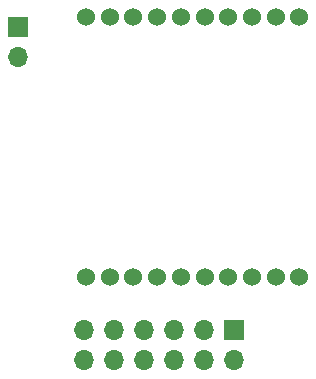
<source format=gbr>
%TF.GenerationSoftware,KiCad,Pcbnew,(5.1.10)-1*%
%TF.CreationDate,2021-09-03T10:18:15+02:00*%
%TF.ProjectId,Rpi_Adapter,5270695f-4164-4617-9074-65722e6b6963,2L_3*%
%TF.SameCoordinates,Original*%
%TF.FileFunction,Soldermask,Bot*%
%TF.FilePolarity,Negative*%
%FSLAX46Y46*%
G04 Gerber Fmt 4.6, Leading zero omitted, Abs format (unit mm)*
G04 Created by KiCad (PCBNEW (5.1.10)-1) date 2021-09-03 10:18:15*
%MOMM*%
%LPD*%
G01*
G04 APERTURE LIST*
%ADD10C,1.524000*%
%ADD11O,1.700000X1.700000*%
%ADD12R,1.700000X1.700000*%
G04 APERTURE END LIST*
D10*
%TO.C,H1*%
X175750000Y-56748200D03*
X173743400Y-56748200D03*
X171736800Y-56748200D03*
X169730200Y-56748200D03*
X167723600Y-56748200D03*
X165717000Y-56748200D03*
X163710400Y-56748200D03*
X161703800Y-56748200D03*
X159697200Y-56748200D03*
X157690600Y-56748200D03*
X157690600Y-34751800D03*
X159697200Y-34751800D03*
X161703800Y-34751800D03*
X163710400Y-34751800D03*
X165717000Y-34751800D03*
X167723600Y-34751800D03*
X169730200Y-34751800D03*
X171736800Y-34751800D03*
X173743400Y-34751800D03*
X175750000Y-34751800D03*
%TD*%
D11*
%TO.C,SW1*%
X151892000Y-38100000D03*
D12*
X151892000Y-35560000D03*
%TD*%
%TO.C,P1*%
X170180000Y-61214000D03*
D11*
X170180000Y-63754000D03*
X167640000Y-61214000D03*
X167640000Y-63754000D03*
X165100000Y-61214000D03*
X165100000Y-63754000D03*
X162560000Y-61214000D03*
X162560000Y-63754000D03*
X160020000Y-61214000D03*
X160020000Y-63754000D03*
X157480000Y-61214000D03*
X157480000Y-63754000D03*
%TD*%
M02*

</source>
